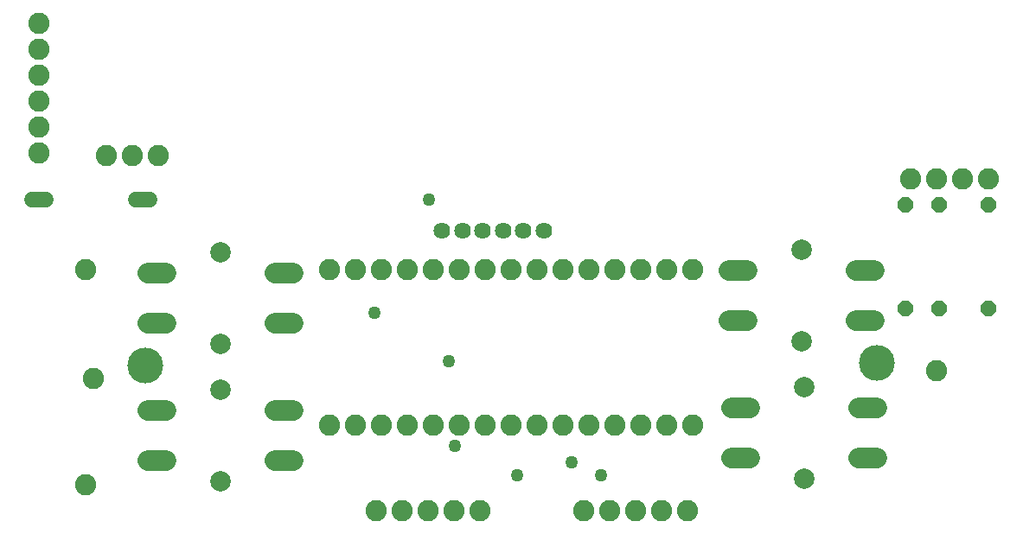
<source format=gbr>
G04 EAGLE Gerber RS-274X export*
G75*
%MOMM*%
%FSLAX34Y34*%
%LPD*%
%INSoldermask Bottom*%
%IPPOS*%
%AMOC8*
5,1,8,0,0,1.08239X$1,22.5*%
G01*
%ADD10C,2.082800*%
%ADD11C,1.993900*%
%ADD12C,2.006600*%
%ADD13C,3.505200*%
%ADD14C,1.625600*%
%ADD15C,1.524000*%
%ADD16P,1.649562X8X292.500000*%
%ADD17C,1.270000*%


D10*
X314960Y185420D03*
X340360Y185420D03*
X365760Y185420D03*
X391160Y185420D03*
X416560Y185420D03*
X441960Y185420D03*
X467360Y185420D03*
X492760Y185420D03*
X518160Y185420D03*
X543560Y185420D03*
X568960Y185420D03*
X594360Y185420D03*
X619760Y185420D03*
X645160Y185420D03*
X670560Y185420D03*
X670560Y337820D03*
X645160Y337820D03*
X619760Y337820D03*
X594360Y337820D03*
X568960Y337820D03*
X543560Y337820D03*
X518160Y337820D03*
X492760Y337820D03*
X467360Y337820D03*
X441960Y337820D03*
X416560Y337820D03*
X391160Y337820D03*
X365760Y337820D03*
X340360Y337820D03*
X314960Y337820D03*
X360680Y101600D03*
X386080Y101600D03*
X411480Y101600D03*
X436880Y101600D03*
X462280Y101600D03*
X563880Y101600D03*
X589280Y101600D03*
X614680Y101600D03*
X640080Y101600D03*
X665480Y101600D03*
D11*
X279718Y334772D02*
X261811Y334772D01*
X154750Y334772D02*
X136843Y334772D01*
X261811Y284988D02*
X279718Y284988D01*
X154750Y284988D02*
X136843Y284988D01*
D12*
X208280Y354838D03*
X208280Y264922D03*
D11*
X705803Y287528D02*
X723710Y287528D01*
X830771Y287528D02*
X848678Y287528D01*
X723710Y337312D02*
X705803Y337312D01*
X830771Y337312D02*
X848678Y337312D01*
D12*
X777240Y267462D03*
X777240Y357378D03*
D10*
X909320Y238760D03*
X76200Y127000D03*
D11*
X261811Y200152D02*
X279718Y200152D01*
X154750Y200152D02*
X136843Y200152D01*
X261811Y150368D02*
X279718Y150368D01*
X154750Y150368D02*
X136843Y150368D01*
D12*
X208280Y220218D03*
X208280Y130302D03*
D11*
X708343Y152908D02*
X726250Y152908D01*
X833311Y152908D02*
X851218Y152908D01*
X726250Y202692D02*
X708343Y202692D01*
X833311Y202692D02*
X851218Y202692D01*
D12*
X779780Y132842D03*
X779780Y222758D03*
D10*
X83820Y231140D03*
X76200Y337820D03*
D13*
X134620Y243840D03*
X850900Y246380D03*
D10*
X960120Y426720D03*
X934720Y426720D03*
X909320Y426720D03*
X883920Y426720D03*
D14*
X424980Y375920D03*
X444980Y375920D03*
X464980Y375920D03*
X484980Y375920D03*
X504980Y375920D03*
X524980Y375920D03*
D15*
X37084Y406400D02*
X23876Y406400D01*
X125476Y406400D02*
X138684Y406400D01*
D16*
X878840Y401320D03*
X878840Y299720D03*
X911860Y401320D03*
X911860Y299720D03*
X960120Y401320D03*
X960120Y299720D03*
D10*
X30480Y579120D03*
X30480Y553720D03*
X30480Y528320D03*
X30480Y502920D03*
X30480Y477520D03*
X30480Y452120D03*
X96520Y449580D03*
X121920Y449580D03*
X147320Y449580D03*
D17*
X412750Y406400D03*
X431800Y247650D03*
X358775Y295275D03*
X438150Y165100D03*
X552450Y149225D03*
X498475Y136525D03*
X581025Y136525D03*
M02*

</source>
